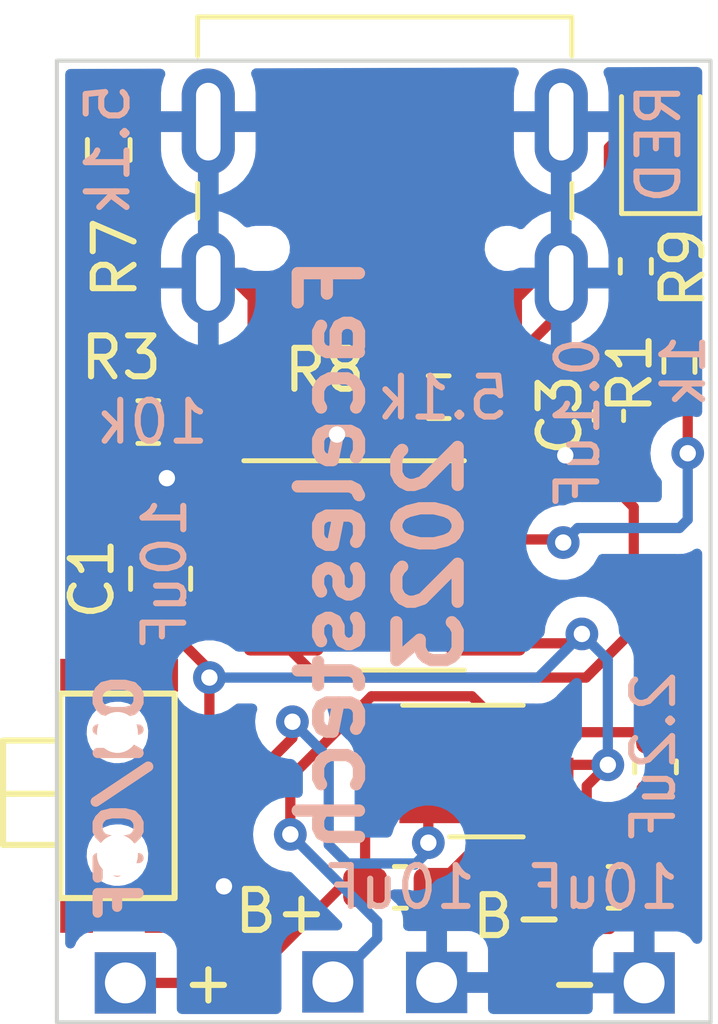
<source format=kicad_pcb>
(kicad_pcb (version 20221018) (generator pcbnew)
  (layers (0 "F.Cu" signal) (31 "B.Cu" signal) (34 "B.Paste" user) (35 "F.Paste" user) (36 "B.SilkS" user "B.Silkscreen") (37 "F.SilkS" user "F.Silkscreen") (38 "B.Mask" user) (39 "F.Mask" user) (44 "Edge.Cuts" user))
  (net 0 "")
  (net 1 "VIN")
  (net 2 "GND")
  (net 3 "Net-(SW1A-B)")
  (net 4 "Net-(U1-C+)")
  (net 5 "Net-(U1-C-)")
  (net 6 "Net-(U1-V_OUT)")
  (net 7 "Net-(D1-A)")
  (net 8 "Net-(D1-K)")
  (net 9 "Net-(P1-SBU2)")
  (net 10 "Net-(P1-SBU1)")
  (net 11 "Net-(U2-~{CHRG})")
  (net 12 "Net-(U2-PROG)")
  (net 14 "Net-(SW1A-A)")
  (footprint "Capacitor_SMD:C_0603_1608Metric_Pad1.08x0.95mm_HandSolder" (layer "F.Cu") (at 144.653 91.8972 90)
    (fp_text reference "C2" hide)
    (fp_text value "2.2uF" (at 0.254 -0.0508 90) (layer "B.SilkS") (effects (justify mirror)))
    (fp_line (start -0.146267 -0.51) (end 0.146267 -0.51) (stroke (width 0.12)) (layer "F.SilkS"))
    (fp_line (start -0.146267 0.51) (end 0.146267 0.51) (stroke (width 0.12)) (layer "F.SilkS"))
    (pad "1" smd roundrect (at -0.8625 0 90) (size 1.075 0.95) (layers "F.Cu" "F.Paste" "F.Mask") (net 5 "Net-(U1-C-)"))
    (pad "2" smd roundrect (at 0.8625 0 90) (size 1.075 0.95) (layers "F.Cu" "F.Paste" "F.Mask") (net 4 "Net-(U1-C+)"))
  )
  (footprint "LED_SMD:LED_0805_2012Metric_Pad1.15x1.40mm_HandSolder" (layer "F.Cu") (at 144.78 76.5048 90)
    (fp_text reference "D1" hide)
    (fp_text value "RED" (at -0.145 -0.05 90) (layer "B.SilkS") (effects (justify mirror)))
    (fp_line (start -1.86 -0.96) (end -1.86 0.96) (stroke (width 0.12)) (layer "F.SilkS"))
    (fp_line (start -1.86 0.96) (end 1 0.96) (stroke (width 0.12)) (layer "F.SilkS"))
    (fp_line (start 1 -0.96) (end -1.86 -0.96) (stroke (width 0.12)) (layer "F.SilkS"))
    (pad "1" smd roundrect (at -1.025 0 90) (size 1.15 1.4) (layers "F.Cu" "F.Paste" "F.Mask") (roundrect_rratio 0.2173913043) (net 8 "Net-(D1-K)"))
    (pad "2" smd roundrect (at 1.025 0 90) (size 1.15 1.4) (layers "F.Cu" "F.Paste" "F.Mask") (roundrect_rratio 0.2173913043) (net 7 "Net-(D1-A)"))
  )
  (footprint "Resistor_SMD:R_0603_1608Metric_Pad0.98x0.95mm_HandSolder" (layer "F.Cu") (at 131.2672 76.8077 90)
    (fp_text reference "R7" (at -2.6435 0.1524 90) (layer "F.SilkS"))
    (fp_text value "5.1k" (at 0.01 -0.02 90) (layer "B.SilkS") (effects (justify mirror)))
    (fp_line (start -0.254724 -0.5225) (end 0.254724 -0.5225) (stroke (width 0.12)) (layer "F.SilkS"))
    (fp_line (start -0.254724 0.5225) (end 0.254724 0.5225) (stroke (width 0.12)) (layer "F.SilkS"))
    (pad "1" smd roundrect (at -0.9125 0 90) (size 0.975 0.95) (layers "F.Cu" "F.Paste" "F.Mask") (net 10 "Net-(P1-SBU1)"))
    (pad "2" smd roundrect (at 0.9125 0 90) (size 0.975 0.95) (layers "F.Cu" "F.Paste" "F.Mask") (net 2 "GND"))
  )
  (footprint "Capacitor_SMD:C_0402_1005Metric_Pad0.74x0.62mm_HandSolder" (layer "F.Cu") (at 143.51 83.312 -90)
    (fp_text reference "C3" (at -0.02 1.2 90) (layer "F.SilkS"))
    (fp_text value "0.1uF" (at 0.1524 0.762 90) (layer "B.SilkS") (effects (justify mirror)))
    (fp_line (start -0.115835 -0.36) (end 0.115835 -0.36) (stroke (width 0.12)) (layer "F.SilkS"))
    (fp_line (start -0.115835 0.36) (end 0.115835 0.36) (stroke (width 0.12)) (layer "F.SilkS"))
    (pad "1" smd roundrect (at -0.5675 0 270) (size 0.735 0.62) (layers "F.Cu" "F.Paste" "F.Mask") (net 1 "VIN"))
    (pad "2" smd roundrect (at 0.5675 0 270) (size 0.735 0.62) (layers "F.Cu" "F.Paste" "F.Mask") (net 2 "GND"))
  )
  (footprint "Capacitor_SMD:C_0805_2012Metric_Pad1.18x1.45mm_HandSolder" (layer "F.Cu") (at 132.5372 87.2959 90)
    (fp_text reference "C1" (at 0 -1.68 90) (layer "F.SilkS"))
    (fp_text value "10uF" (at 0.14 0.1 90) (layer "B.SilkS") (effects (justify mirror)))
    (fp_line (start -0.261252 -0.735) (end 0.261252 -0.735) (stroke (width 0.12)) (layer "F.SilkS"))
    (fp_line (start -0.261252 0.735) (end 0.261252 0.735) (stroke (width 0.12)) (layer "F.SilkS"))
    (pad "1" smd roundrect (at -1.0375 0 90) (size 1.175 1.45) (layers "F.Cu" "F.Paste" "F.Mask") (roundrect_rratio 0.2127659574) (net 14 "Net-(SW1A-A)"))
    (pad "2" smd roundrect (at 1.0375 0 90) (size 1.175 1.45) (layers "F.Cu" "F.Paste" "F.Mask") (roundrect_rratio 0.2127659574) (net 2 "GND"))
  )
  (footprint "custom_connectors:1mm_test_point_square" (layer "F.Cu") (at 131.6736 97.19056)
    (fp_text reference "+" (at 2.032 -0.03556) (layer "F.SilkS"))
    (fp_text value "TestPoint" hide)
    (pad "1" thru_hole rect (at 0 -0.01016) (size 1.5 1.5) (drill 1) (layers "*.Cu" "*.Mask") (net 6 "Net-(U1-V_OUT)"))
  )
  (footprint "Capacitor_SMD:C_0603_1608Metric_Pad1.08x0.95mm_HandSolder" (layer "F.Cu") (at 138.4057 94.8436)
    (fp_text reference "C4" hide)
    (fp_text value "10uF" (at 0 0) (layer "B.SilkS") (effects (justify mirror)))
    (fp_line (start -0.146267 -0.51) (end 0.146267 -0.51) (stroke (width 0.12)) (layer "F.SilkS"))
    (fp_line (start -0.146267 0.51) (end 0.146267 0.51) (stroke (width 0.12)) (layer "F.SilkS"))
    (pad "1" smd roundrect (at -0.8625 0) (size 1.075 0.95) (layers "F.Cu" "F.Paste" "F.Mask") (net 6 "Net-(U1-V_OUT)"))
    (pad "2" smd roundrect (at 0.8625 0) (size 1.075 0.95) (layers "F.Cu" "F.Paste" "F.Mask") (net 2 "GND"))
  )
  (footprint "usb_custom:USB_C_Receptacle_JAE_DX07S016JA1R1500" (layer "F.Cu") (at 138.0236 77.2668 180)
    (fp_text reference "P1" hide)
    (fp_text value "USB_C_Plug" hide)
    (fp_line (start -4.58 -1.215) (end -4.58 -0.36) (stroke (width 0.12)) (layer "F.SilkS"))
    (fp_line (start -4.58 2.76) (end -4.58 3.71) (stroke (width 0.12)) (layer "F.SilkS"))
    (fp_line (start -4.58 3.71) (end 4.58 3.71) (stroke (width 0.12)) (layer "F.SilkS"))
    (fp_line (start 4.58 -1.215) (end 4.58 -0.36) (stroke (width 0.12)) (layer "F.SilkS"))
    (fp_line (start 4.58 2.76) (end 4.58 3.71) (stroke (width 0.12)) (layer "F.SilkS"))
    (pad "" np_thru_hole circle (at -3 -1.95 180) (size 0.6 0.6) (drill 0.6) (layers "F&B.Cu" "*.Mask"))
    (pad "" np_thru_hole oval (at 3 -1.95 180) (size 0.85 0.6) (drill oval 0.85 0.6) (layers "F&B.Cu" "*.Mask"))
    (pad "A1" smd rect (at -3.1 -3.302 180) (size 0.52 1.5) (layers "F.Cu" "F.Paste" "F.Mask") (net 2 "GND"))
    (pad "A4" smd rect (at -2.35 -3.302 180) (size 0.52 1.5) (layers "F.Cu" "F.Paste" "F.Mask") (net 1 "VIN"))
    (pad "A8" smd rect (at 1.75 -3.302 180) (size 0.27 1.5) (layers "F.Cu" "F.Paste" "F.Mask") (net 10 "Net-(P1-SBU1)"))
    (pad "A9" smd rect (at 2.35 -3.302 180) (size 0.52 1.5) (layers "F.Cu" "F.Paste" "F.Mask") (net 1 "VIN"))
    (pad "A12" smd rect (at 3.1 -3.302 180) (size 0.52 1.5) (layers "F.Cu" "F.Paste" "F.Mask") (net 2 "GND"))
    (pad "B8" smd rect (at -1.25 -3.302 180) (size 0.27 1.5) (layers "F.Cu" "F.Paste" "F.Mask") (net 9 "Net-(P1-SBU2)"))
    (pad "S1" thru_hole oval (at -4.32 -2.675 180) (size 1.3 2.3) (drill oval 0.6 1.6) (layers "*.Cu" "*.Mask") (net 2 "GND"))
    (pad "S1" thru_hole oval (at -4.32 1.15 180) (size 1.3 2.6) (drill oval 0.6 1.9) (layers "*.Cu" "*.Mask") (net 2 "GND"))
    (pad "S1" thru_hole oval (at 4.32 -2.675 180) (size 1.3 2.3) (drill oval 0.6 1.6) (layers "*.Cu" "*.Mask") (net 2 "GND"))
    (pad "S1" thru_hole oval (at 4.32 1.15 180) (size 1.3 2.6) (drill oval 0.6 1.9) (layers "*.Cu" "*.Mask") (net 2 "GND"))
  )
  (footprint "Package_SO:SOIC-8-1EP_3.9x4.9mm_P1.27mm_EP2.29x3mm" (layer "F.Cu") (at 138.0236 86.9696)
    (fp_text reference "U2" hide)
    (fp_text value "TP4056" hide)
    (fp_line (start 0 -2.56) (end -3.45 -2.56) (stroke (width 0.12)) (layer "F.SilkS"))
    (fp_line (start 0 -2.56) (end 1.95 -2.56) (stroke (width 0.12)) (layer "F.SilkS"))
    (fp_line (start 0 2.56) (end -1.95 2.56) (stroke (width 0.12)) (layer "F.SilkS"))
    (fp_line (start 0 2.56) (end 1.95 2.56) (stroke (width 0.12)) (layer "F.SilkS"))
    (pad "1" smd roundrect (at -2.475 -1.905) (size 1.95 0.6) (layers "F.Cu" "F.Paste" "F.Mask") (net 2 "GND"))
    (pad "2" smd roundrect (at -2.475 -0.635) (size 1.95 0.6) (layers "F.Cu" "F.Paste" "F.Mask") (net 12 "Net-(U2-PROG)"))
    (pad "3" smd roundrect (at -2.475 0.635) (size 1.95 0.6) (layers "F.Cu" "F.Paste" "F.Mask") (net 2 "GND"))
    (pad "4" smd roundrect (at -2.475 1.905) (size 1.95 0.6) (layers "F.Cu" "F.Paste" "F.Mask") (net 1 "VIN"))
    (pad "5" smd roundrect (at 2.475 1.905) (size 1.95 0.6) (layers "F.Cu" "F.Paste" "F.Mask") (net 14 "Net-(SW1A-A)"))
    (pad "6" smd roundrect (at 2.475 0.635) (size 1.95 0.6) (layers "F.Cu" "F.Paste" "F.Mask"))
    (pad "7" smd roundrect (at 2.475 -0.635) (size 1.95 0.6) (layers "F.Cu" "F.Paste" "F.Mask") (net 11 "Net-(U2-~{CHRG})"))
    (pad "8" smd roundrect (at 2.475 -1.905) (size 1.95 0.6) (layers "F.Cu" "F.Paste" "F.Mask") (net 1 "VIN"))
    (pad "9" smd rect (at 0 0) (size 2.29 3) (layers "F.Cu" "F.Mask") (net 2 "GND"))
  )
  (footprint "buttons_custom:even_tinier_smd_slide_switch_custom" (layer "F.Cu") (at 132.8798 92.5548 -90)
    (fp_text reference "SW1" hide)
    (fp_text value "SW_DPDT_x2" hide)
    (fp_line (start -2.45 0) (end -2.45 2.8) (stroke (width 0.15)) (layer "F.SilkS"))
    (fp_line (start -2.45 2.8) (end 2.55 2.8) (stroke (width 0.15)) (layer "F.SilkS"))
    (fp_line (start -2.4 0) (end 2.5 0) (stroke (width 0.15)) (layer "F.SilkS"))
    (fp_line (start -1.30345 4.15) (end -1.30345 2.83005) (stroke (width 0.15)) (layer "F.SilkS"))
    (fp_line (start -0.05405 4.2) (end 1.25405 4.2) (stroke (width 0.15)) (layer "F.SilkS"))
    (fp_line (start 0 4.2) (end 0 2.88005) (stroke (width 0.15)) (layer "F.SilkS"))
    (fp_line (start 0.00465 4.2) (end -1.30345 4.2) (stroke (width 0.15)) (layer "F.SilkS"))
    (fp_line (start 1.25 4.2) (end 1.25 2.88005) (stroke (width 0.15)) (layer "F.SilkS"))
    (fp_line (start 2.55 0) (end 2.55 2.8) (stroke (width 0.15)) (layer "F.SilkS"))
    (pad "" np_thru_hole circle (at -1.5 1.4 270) (size 1 1) (drill 1) (layers "F&B.Cu" "*.Mask"))
    (pad "" np_thru_hole circle (at 1.5 1.4 270) (size 1 1) (drill 1) (layers "F&B.Cu" "*.Mask"))
    (pad "1" smd rect (at -1 -0.85 270) (size 0.6 1.5) (layers "F.Cu" "F.Paste" "F.Mask") (net 14 "Net-(SW1A-A)"))
    (pad "2" smd rect (at 0 -0.85 270) (size 0.6 1.5) (layers "F.Cu" "F.Paste" "F.Mask") (net 3 "Net-(SW1A-B)"))
    (pad "3" smd rect (at 1 -0.85 270) (size 0.6 1.5) (layers "F.Cu" "F.Paste" "F.Mask") (net 2 "GND"))
    (pad "4" smd rect (at -2.9 0.3175) (size 0.8 0.8) (layers "F.Cu" "F.Paste" "F.Mask"))
    (pad "4" smd rect (at -2.9 2.4) (size 0.8 0.8) (layers "F.Cu" "F.Paste" "F.Mask"))
    (pad "4" smd rect (at 3 0.3302) (size 0.8 0.8) (layers "F.Cu" "F.Paste" "F.Mask"))
    (pad "4" smd rect (at 3 2.4) (size 0.8 0.8) (layers "F.Cu" "F.Paste" "F.Mask"))
  )
  (footprint "chips_customs:SOT-23-6_10a45" (layer "F.Cu") (at 140.5128 91.9988)
    (fp_text reference "U1" hide)
    (fp_text value "10a45" hide)
    (fp_line (start -0.9 1.61) (end 0.9 1.61) (stroke (width 0.12)) (layer "F.SilkS"))
    (fp_line (start 0.9 -1.61) (end -2.05 -1.61) (stroke (width 0.12)) (layer "F.SilkS"))
    (pad "1" smd rect (at -1.35 -0.95) (size 1.56 0.65) (layers "F.Cu" "F.Paste" "F.Mask") (net 6 "Net-(U1-V_OUT)"))
    (pad "2" smd rect (at -1.35 0) (size 1.56 0.65) (layers "F.Cu" "F.Paste" "F.Mask") (net 2 "GND"))
    (pad "3" smd rect (at -1.35 0.95) (size 1.56 0.65) (layers "F.Cu" "F.Paste" "F.Mask") (net 3 "Net-(SW1A-B)"))
    (pad "4" smd rect (at 1.35 0.95) (size 1.56 0.65) (layers "F.Cu" "F.Paste" "F.Mask") (net 5 "Net-(U1-C-)"))
    (pad "5" smd rect (at 1.35 0) (size 1.56 0.65) (layers "F.Cu" "F.Paste" "F.Mask") (net 14 "Net-(SW1A-A)"))
    (pad "6" smd rect (at 1.35 -0.95) (size 1.56 0.65) (layers "F.Cu" "F.Paste" "F.Mask") (net 4 "Net-(U1-C+)"))
  )
  (footprint "custom_connectors:1mm_test_point_square" (layer "F.Cu") (at 136.7536 97.16516)
    (fp_text reference "B+" (at -1.27 -1.73736) (layer "F.SilkS"))
    (fp_text value "TestPoint" hide)
    (pad "1" thru_hole rect (at 0 -0.01016) (size 1.5 1.5) (drill 1) (layers "*.Cu" "*.Mask") (net 3 "Net-(SW1A-B)"))
  )
  (footprint "Resistor_SMD:R_0402_1005Metric_Pad0.72x0.64mm_HandSolder" (layer "F.Cu") (at 144.1704 79.6544 90)
    (fp_text reference "R9" (at -0.04 1.15 90) (layer "F.SilkS"))
    (fp_text value "R")
    (fp_line (start -0.167621 -0.38) (end 0.167621 -0.38) (stroke (width 0.12)) (layer "F.SilkS"))
    (fp_line (start -0.167621 0.38) (end 0.167621 0.38) (stroke (width 0.12)) (layer "F.SilkS"))
    (pad "1" smd roundrect (at -0.5975 0 90) (size 0.715 0.64) (layers "F.Cu" "F.Paste" "F.Mask") (net 1 "VIN"))
    (pad "2" smd roundrect (at 0.5975 0 90) (size 0.715 0.64) (layers "F.Cu" "F.Paste" "F.Mask") (net 7 "Net-(D1-A)"))
  )
  (footprint "custom_connectors:1mm_test_point_square" (layer "F.Cu") (at 144.3736 97.19056)
    (fp_text reference "-" (at -1.7018 -0.03556) (layer "F.SilkS"))
    (fp_text value "TestPoint" hide)
    (pad "1" thru_hole rect (at 0 -0.01016) (size 1.5 1.5) (drill 1) (layers "*.Cu" "*.Mask") (net 2 "GND"))
  )
  (footprint "Resistor_SMD:R_0402_1005Metric_Pad0.72x0.64mm_HandSolder" (layer "F.Cu") (at 145.2372 82.0807 -90)
    (fp_text reference "R1" (at 0.19 1.21 90) (layer "F.SilkS"))
    (fp_text value "1k" (at 0.13 -0.1016 90) (layer "B.SilkS") (effects (justify mirror)))
    (fp_line (start -0.167621 -0.38) (end 0.167621 -0.38) (stroke (width 0.12)) (layer "F.SilkS"))
    (fp_line (start -0.167621 0.38) (end 0.167621 0.38) (stroke (width 0.12)) (layer "F.SilkS"))
    (pad "1" smd roundrect (at -0.5975 0 270) (size 0.715 0.64) (layers "F.Cu" "F.Paste" "F.Mask") (net 8 "Net-(D1-K)"))
    (pad "2" smd roundrect (at 0.5975 0 270) (size 0.715 0.64) (layers "F.Cu" "F.Paste" "F.Mask") (net 11 "Net-(U2-~{CHRG})"))
  )
  (footprint "Capacitor_SMD:C_0603_1608Metric_Pad1.08x0.95mm_HandSolder" (layer "F.Cu") (at 143.6381 94.8436)
    (fp_text reference "C5" hide)
    (fp_text value "10uF" (at -0.2529 0) (layer "B.SilkS") (effects (justify mirror)))
    (fp_line (start -0.146267 -0.51) (end 0.146267 -0.51) (stroke (width 0.12)) (layer "F.SilkS"))
    (fp_line (start -0.146267 0.51) (end 0.146267 0.51) (stroke (width 0.12)) (layer "F.SilkS"))
    (pad "1" smd roundrect (at -0.8625 0) (size 1.075 0.95) (layers "F.Cu" "F.Paste" "F.Mask") (net 14 "Net-(SW1A-A)"))
    (pad "2" smd roundrect (at 0.8625 0) (size 1.075 0.95) (layers "F.Cu" "F.Paste" "F.Mask") (net 2 "GND"))
  )
  (footprint "Resistor_SMD:R_0603_1608Metric_Pad0.98x0.95mm_HandSolder" (layer "F.Cu") (at 139.3444 82.8548)
    (fp_text reference "R8" (at -2.794 -0.6604) (layer "F.SilkS"))
    (fp_text value "5.1k" (at 0.1 0.02) (layer "B.SilkS") (effects (justify mirror)))
    (fp_line (start -0.254724 -0.5225) (end 0.254724 -0.5225) (stroke (width 0.12)) (layer "F.SilkS"))
    (fp_line (start -0.254724 0.5225) (end 0.254724 0.5225) (stroke (width 0.12)) (layer "F.SilkS"))
    (pad "1" smd roundrect (at -0.9125 0) (size 0.975 0.95) (layers "F.Cu" "F.Paste" "F.Mask") (net 9 "Net-(P1-SBU2)"))
    (pad "2" smd roundrect (at 0.9125 0) (size 0.975 0.95) (layers "F.Cu" "F.Paste" "F.Mask") (net 2 "GND"))
  )
  (footprint "Resistor_SMD:R_0603_1608Metric_Pad0.98x0.95mm_HandSolder" (layer "F.Cu") (at 132.2343 83.4644 180)
    (fp_text reference "R3" (at 0.6623 1.5748) (layer "F.SilkS"))
    (fp_text value "10k" (at -0.0997 0) (layer "B.SilkS") (effects (justify mirror)))
    (fp_line (start -0.254724 -0.5225) (end 0.254724 -0.5225) (stroke (width 0.12)) (layer "F.SilkS"))
    (fp_line (start -0.254724 0.5225) (end 0.254724 0.5225) (stroke (width 0.12)) (layer "F.SilkS"))
    (pad "1" smd roundrect (at -0.9125 0 180) (size 0.975 0.95) (layers "F.Cu" "F.Paste" "F.Mask") (net 12 "Net-(U2-PROG)"))
    (pad "2" smd roundrect (at 0.9125 0 180) (size 0.975 0.95) (layers "F.Cu" "F.Paste" "F.Mask") (net 2 "GND"))
  )
  (footprint "custom_connectors:1mm_test_point_square" (layer "F.Cu") (at 139.2936 97.1804)
    (fp_text reference "B-" (at 2.0066 -1.6256) (layer "F.SilkS"))
    (fp_text value "TestPoint" hide)
    (pad "1" thru_hole rect (at 0 -0.01016) (size 1.5 1.5) (drill 1) (layers "*.Cu" "*.Mask") (net 2 "GND"))
  )
  (gr_rect (start 129.9972 74.6252) (end 145.9992 98.1456) (stroke (width 0.1)) (fill none) (layer "Edge.Cuts"))
  (gr_text "Facelesstech\n2023" (at 137.922 86.7156 90) (layer "B.SilkS") (effects (font (size 1.5 1.5) (thickness 0.3)) (justify mirror)))
  (gr_text "ON/OFF" (at 132.1308 89.535 90) (layer "B.SilkS") (effects (font (size 1 1) (thickness 0.25) bold) (justify left bottom mirror)))
  (segment (start 137.0076 82.0928) (end 137.0076 82.713495) (width 0.25) (layer "F.Cu") (net 1))
  (segment (start 137.961705 83.6676) (end 140.97 83.6676) (width 0.25) (layer "F.Cu") (net 1))
  (segment (start 144.1704 80.2519) (end 144.1704 82.0841) (width 0.25) (layer "F.Cu") (net 1))
  (segment (start 135.636 81.6864) (end 136.1948 82.2452) (width 0.25) (layer "F.Cu") (net 1))
  (segment (start 136.3868 89.7128) (end 135.5486 88.8746) (width 0.25) (layer "F.Cu") (net 1))
  (segment (start 135.6736 81.6488) (end 135.636 81.6864) (width 0.25) (layer "F.Cu") (net 1))
  (segment (start 137.0076 82.713495) (end 137.961705 83.6676) (width 0.25) (layer "F.Cu") (net 1))
  (segment (start 142.9512 89.7128) (end 136.3868 89.7128) (width 0.25) (layer "F.Cu") (net 1))
  (segment (start 144.1704 80.4672) (end 144.1704 80.2519) (width 0.25) (layer "F.Cu") (net 1))
  (segment (start 140.3736 79.566) (end 140.3736 80.5688) (width 0.25) (layer "F.Cu") (net 1))
  (segment (start 139.446 78.6384) (end 140.3736 79.566) (width 0.25) (layer "F.Cu") (net 1))
  (segment (start 144.1196 88.5444) (end 142.9512 89.7128) (width 0.25) (layer "F.Cu") (net 1))
  (segment (start 136.1948 82.2452) (end 136.8552 82.2452) (width 0.25) (layer "F.Cu") (net 1))
  (segment (start 143.637 85.0646) (end 144.1196 85.5472) (width 0.25) (layer "F.Cu") (net 1))
  (segment (start 136.8552 82.2452) (end 137.0076 82.0928) (width 0.25) (layer "F.Cu") (net 1))
  (segment (start 140.4986 85.0646) (end 143.637 85.0646) (width 0.25) (layer "F.Cu") (net 1))
  (segment (start 144.1196 85.5472) (end 144.1196 88.5444) (width 0.25) (layer "F.Cu") (net 1))
  (segment (start 137.3632 79.6544) (end 138.3792 78.6384) (width 0.25) (layer "F.Cu") (net 1))
  (segment (start 137.3632 81.7372) (end 137.3632 79.6544) (width 0.25) (layer "F.Cu") (net 1))
  (segment (start 135.6736 80.5688) (end 135.6736 81.6488) (width 0.25) (layer "F.Cu") (net 1))
  (segment (start 138.3792 78.6384) (end 139.446 78.6384) (width 0.25) (layer "F.Cu") (net 1))
  (segment (start 144.1704 82.0841) (end 143.51 82.7445) (width 0.25) (layer "F.Cu") (net 1))
  (segment (start 143.51 82.7445) (end 142.8187 82.7445) (width 0.25) (layer "F.Cu") (net 1))
  (segment (start 142.8187 82.7445) (end 140.4986 85.0646) (width 0.25) (layer "F.Cu") (net 1))
  (segment (start 137.0076 82.0928) (end 137.3632 81.7372) (width 0.25) (layer "F.Cu") (net 1))
  (segment (start 140.97 83.6676) (end 144.1704 80.4672) (width 0.25) (layer "F.Cu") (net 1))
  (segment (start 132.5372 86.2584) (end 132.5372 84.9884) (width 0.25) (layer "F.Cu") (net 2))
  (segment (start 142.3436 79.9418) (end 142.3436 80.7681) (width 0.25) (layer "F.Cu") (net 2))
  (segment (start 144.5006 94.8436) (end 144.5006 97.04324) (width 0.25) (layer "F.Cu") (net 2))
  (segment (start 141.7506 79.9418) (end 141.1236 80.5688) (width 0.25) (layer "F.Cu") (net 2))
  (segment (start 138.0236 86.9696) (end 138.0236 84.9376) (width 0.25) (layer "F.Cu") (net 2))
  (segment (start 144.5006 97.04324) (end 144.3736 97.17024) (width 0.25) (layer "F.Cu") (net 2))
  (segment (start 138.0236 84.9376) (end 136.8552 83.7692) (width 0.25) (layer "F.Cu") (net 2))
  (segment (start 142.8409 83.8795) (end 142.4432 84.2772) (width 0.25) (layer "F.Cu") (net 2))
  (segment (start 142.3436 80.7681) (end 140.2569 82.8548) (width 0.25) (layer "F.Cu") (net 2))
  (segment (start 132.5372 84.9884) (end 132.6896 84.836) (width 0.25) (layer "F.Cu") (net 2))
  (segment (start 135.5486 85.0646) (end 135.5598 85.0646) (width 0.25) (layer "F.Cu") (net 2))
  (segment (start 143.51 83.8795) (end 142.8409 83.8795) (width 0.25) (layer "F.Cu") (net 2))
  (segment (start 135.5598 85.0646) (end 136.8552 83.7692) (width 0.25) (layer "F.Cu") (net 2))
  (segment (start 140.1928 91.9988) (end 140.2678 92.0738) (width 0.25) (layer "F.Cu") (net 2))
  (segment (start 134.2966 79.9418) (end 134.9236 80.5688) (width 0.25) (layer "F.Cu") (net 2))
  (segment (start 140.2678 92.0738) (end 140.2678 93.844) (width 0.25) (layer "F.Cu") (net 2))
  (segment (start 142.3436 76.1168) (end 142.3436 79.9418) (width 0.25) (layer "F.Cu") (net 2))
  (segment (start 139.2936 94.869) (end 139.2682 94.8436) (width 0.25) (layer "F.Cu") (net 2))
  (segment (start 136.1836 86.9696) (end 138.0236 86.9696) (width 0.25) (layer "F.Cu") (net 2))
  (segment (start 133.7298 93.5548) (end 133.7298 94.4614) (width 0.25) (layer "F.Cu") (net 2))
  (segment (start 131.4888 76.1168) (end 133.7036 76.1168) (width 0.25) (layer "F.Cu") (net 2))
  (segment (start 142.3436 79.9418) (end 141.7506 79.9418) (width 0.25) (layer "F.Cu") (net 2))
  (segment (start 135.5486 87.6046) (end 136.1836 86.9696) (width 0.25) (layer "F.Cu") (net 2))
  (segment (start 133.7298 94.4614) (end 134.0866 94.8182) (width 0.25) (layer "F.Cu") (net 2))
  (segment (start 132.6896 84.836) (end 132.6896 84.8322) (width 0.25) (layer "F.Cu") (net 2))
  (segment (start 140.2678 93.844) (end 139.2682 94.8436) (width 0.25) (layer "F.Cu") (net 2))
  (segment (start 133.7036 79.9418) (end 134.2966 79.9418) (width 0.25) (layer "F.Cu") (net 2))
  (segment (start 132.6896 84.8322) (end 131.3218 83.4644) (width 0.25) (layer "F.Cu") (net 2))
  (segment (start 133.7036 76.1168) (end 142.3436 76.1168) (width 0.25) (layer "F.Cu") (net 2))
  (segment (start 139.1628 91.9988) (end 140.1928 91.9988) (width 0.25) (layer "F.Cu") (net 2))
  (segment (start 131.2672 75.8952) (end 131.4888 76.1168) (width 0.25) (layer "F.Cu") (net 2))
  (segment (start 139.2936 97.17024) (end 139.2936 94.869) (width 0.25) (layer "F.Cu") (net 2))
  (via (at 134.0866 94.8182) (size 0.8) (drill 0.4) (layers "F.Cu" "B.Cu") (net 2))
  (via (at 136.8552 83.7692) (size 0.8) (drill 0.4) (layers "F.Cu" "B.Cu") (net 2))
  (via (at 132.6896 84.836) (size 0.8) (drill 0.4) (layers "F.Cu" "B.Cu") (net 2))
  (via (at 142.4432 84.2772) (size 0.8) (drill 0.4) (layers "F.Cu" "B.Cu") (net 2))
  (segment (start 140.716 90.7288) (end 140.716 91.882) (width 0.25) (layer "F.Cu") (net 3))
  (segment (start 140.716 91.882) (end 140.8328 91.9988) (width 0.25) (layer "F.Cu") (net 3))
  (segment (start 139.0904 93.7514) (end 139.0904 93.0212) (width 0.25) (layer "F.Cu") (net 3))
  (segment (start 140.8328 91.9988) (end 141.8628 91.9988) (width 0.25) (layer "F.Cu") (net 3))
  (segment (start 139.0904 93.0212) (end 139.1628 92.9488) (width 0.25) (layer "F.Cu") (net 3))
  (segment (start 134.3974 92.5548) (end 135.763 91.1892) (width 0.25) (layer "F.Cu") (net 3))
  (segment (start 135.7122 92.156) (end 137.6982 90.17) (width 0.25) (layer "F.Cu") (net 3))
  (segment (start 133.7298 92.5548) (end 134.3974 92.5548) (width 0.25) (layer "F.Cu") (net 3))
  (segment (start 135.7122 93.5482) (end 135.7122 92.156) (width 0.25) (layer "F.Cu") (net 3))
  (segment (start 135.763 91.1892) (end 135.763 90.7929) (width 0.25) (layer "F.Cu") (net 3))
  (segment (start 137.6982 90.17) (end 140.1572 90.17) (width 0.25) (layer "F.Cu") (net 3))
  (segment (start 140.1572 90.17) (end 140.716 90.7288) (width 0.25) (layer "F.Cu") (net 3))
  (via (at 139.0904 93.7514) (size 0.8) (drill 0.4) (layers "F.Cu" "B.Cu") (net 3))
  (via (at 135.7122 93.5482) (size 0.8) (drill 0.4) (layers "F.Cu" "B.Cu") (net 3))
  (via (at 135.763 90.7929) (size 0.8) (drill 0.4) (layers "F.Cu" "B.Cu") (net 3))
  (segment (start 136.652 91.6819) (end 136.652 93.4974) (width 0.25) (layer "B.Cu") (net 3))
  (segment (start 139.0904 93.9546) (end 139.0904 93.7514) (width 0.25) (layer "B.Cu") (net 3))
  (segment (start 137.83876 96.09524) (end 137.83876 95.67476) (width 0.25) (layer "B.Cu") (net 3))
  (segment (start 136.652 93.4974) (end 136.652 93.8022) (width 0.25) (layer "B.Cu") (net 3))
  (segment (start 137.1092 94.2594) (end 138.7348 94.2594) (width 0.25) (layer "B.Cu") (net 3))
  (segment (start 135.763 90.7929) (end 136.652 91.6819) (width 0.25) (layer "B.Cu") (net 3))
  (segment (start 138.7602 94.2848) (end 139.0904 93.9546) (width 0.25) (layer "B.Cu") (net 3))
  (segment (start 136.7536 97.1804) (end 137.83876 96.09524) (width 0.25) (layer "B.Cu") (net 3))
  (segment (start 136.652 93.8022) (end 137.1092 94.2594) (width 0.25) (layer "B.Cu") (net 3))
  (segment (start 137.83876 95.67476) (end 135.7122 93.5482) (width 0.25) (layer "B.Cu") (net 3))
  (segment (start 138.7348 94.2594) (end 138.7602 94.2848) (width 0.25) (layer "B.Cu") (net 3))
  (segment (start 144.6389 91.0488) (end 144.653 91.0347) (width 0.25) (layer "F.Cu") (net 4))
  (segment (start 141.8628 91.0488) (end 144.6389 91.0488) (width 0.25) (layer "F.Cu") (net 4))
  (segment (start 141.8628 95.263795) (end 142.458605 95.8596) (width 0.25) (layer "F.Cu") (net 5))
  (segment (start 143.5354 95.8596) (end 143.6381 95.7569) (width 0.25) (layer "F.Cu") (net 5))
  (segment (start 143.6381 93.7746) (end 144.653 92.7597) (width 0.25) (layer "F.Cu") (net 5))
  (segment (start 142.458605 95.8596) (end 143.5354 95.8596) (width 0.25) (layer "F.Cu") (net 5))
  (segment (start 143.6381 95.7569) (end 143.6381 93.7746) (width 0.25) (layer "F.Cu") (net 5))
  (segment (start 141.8628 92.9488) (end 141.8628 95.263795) (width 0.25) (layer "F.Cu") (net 5))
  (segment (start 136.9404 94.8436) (end 134.6036 97.1804) (width 0.25) (layer "F.Cu") (net 6))
  (segment (start 138.1328 91.0488) (end 137.5432 91.6384) (width 0.25) (layer "F.Cu") (net 6))
  (segment (start 137.5432 91.6384) (end 137.5432 94.8436) (width 0.25) (layer "F.Cu") (net 6))
  (segment (start 139.1628 91.0488) (end 138.1328 91.0488) (width 0.25) (layer "F.Cu") (net 6))
  (segment (start 137.5432 94.8436) (end 136.9404 94.8436) (width 0.25) (layer "F.Cu") (net 6))
  (segment (start 134.6036 97.1804) (end 131.6736 97.1804) (width 0.25) (layer "F.Cu") (net 6))
  (segment (start 143.51 78.6384) (end 143.9285 79.0569) (width 0.25) (layer "F.Cu") (net 7))
  (segment (start 143.51 76.7498) (end 143.51 78.6384) (width 0.25) (layer "F.Cu") (net 7))
  (segment (start 144.78 75.4798) (end 143.51 76.7498) (width 0.25) (layer "F.Cu") (net 7))
  (segment (start 143.9285 79.0569) (end 144.1704 79.0569) (width 0.25) (layer "F.Cu") (net 7))
  (segment (start 145.3896 78.7908) (end 145.3896 81.3308) (width 0.25) (layer "F.Cu") (net 8))
  (segment (start 145.3896 81.3308) (end 145.2372 81.4832) (width 0.25) (layer "F.Cu") (net 8))
  (segment (start 144.78 77.5298) (end 144.78 78.1812) (width 0.25) (layer "F.Cu") (net 8))
  (segment (start 144.78 78.1812) (end 145.3896 78.7908) (width 0.25) (layer "F.Cu") (net 8))
  (segment (start 139.2736 80.5688) (end 139.2736 82.0131) (width 0.25) (layer "F.Cu") (net 9))
  (segment (start 139.2736 82.0131) (end 138.4319 82.8548) (width 0.25) (layer "F.Cu") (net 9))
  (segment (start 136.2736 79.387206) (end 134.915194 78.0288) (width 0.25) (layer "F.Cu") (net 10))
  (segment (start 134.915194 78.0288) (end 131.5758 78.0288) (width 0.25) (layer "F.Cu") (net 10))
  (segment (start 131.5758 78.0288) (end 131.2672 77.7202) (width 0.25) (layer "F.Cu") (net 10))
  (segment (start 136.2736 80.5688) (end 136.2736 79.387206) (width 0.25) (layer "F.Cu") (net 10))
  (segment (start 140.4986 86.3346) (end 142.3162 86.3346) (width 0.25) (layer "F.Cu") (net 11))
  (segment (start 145.4404 84.2264) (end 145.4404 82.8814) (width 0.25) (layer "F.Cu") (net 11))
  (segment (start 145.4404 82.8814) (end 145.2372 82.6782) (width 0.25) (layer "F.Cu") (net 11))
  (segment (start 142.3162 86.3346) (end 142.3924 86.4108) (width 0.25) (layer "F.Cu") (net 11))
  (via (at 145.4404 84.2264) (size 0.8) (drill 0.4) (layers "F.Cu" "B.Cu") (net 11))
  (via (at 142.3924 86.4108) (size 0.8) (drill 0.4) (layers "F.Cu" "B.Cu") (net 11))
  (segment (start 145.4404 85.852) (end 145.4404 84.2264) (width 0.25) (layer "B.Cu") (net 11))
  (segment (start 142.748 86.0552) (end 145.2372 86.0552) (width 0.25) (layer "B.Cu") (net 11))
  (segment (start 142.3924 86.4108) (end 142.748 86.0552) (width 0.25) (layer "B.Cu") (net 11))
  (segment (start 145.2372 86.0552) (end 145.4404 85.852) (width 0.25) (layer "B.Cu") (net 11))
  (segment (start 133.9596 84.2772) (end 133.9596 85.598) (width 0.25) (layer "F.Cu") (net 12))
  (segment (start 133.1468 83.4644) (end 133.9596 84.2772) (width 0.25) (layer "F.Cu") (net 12))
  (segment (start 134.6962 86.3346) (end 135.5486 86.3346) (width 0.25) (layer "F.Cu") (net 12))
  (segment (start 133.9596 85.598) (end 134.6962 86.3346) (width 0.25) (layer "F.Cu") (net 12))
  (segment (start 142.3128 91.8464) (end 142.3128 91.812404) (width 0.25) (layer "F.Cu") (net 14))
  (segment (start 140.4986 88.8746) (end 142.621 88.8746) (width 0.25) (layer "F.Cu") (net 14))
  (segment (start 142.9678 94.6514) (end 142.9678 92.3632) (width 0.25) (layer "F.Cu") (net 14))
  (segment (start 133.731 89.5272) (end 132.5372 88.3334) (width 0.25) (layer "F.Cu") (net 14))
  (segment (start 142.621 88.8746) (end 142.8496 88.646) (width 0.25) (layer "F.Cu") (net 14))
  (segment (start 142.9678 92.3632) (end 143.4846 91.8464) (width 0.25) (layer "F.Cu") (net 14))
  (segment (start 142.7756 94.8436) (end 142.9678 94.6514) (width 0.25) (layer "F.Cu") (net 14))
  (segment (start 133.731 89.7128) (end 133.731 91.5536) (width 0.25) (layer "F.Cu") (net 14))
  (segment (start 143.4846 91.8464) (end 142.3128 91.8464) (width 0.25) (layer "F.Cu") (net 14))
  (segment (start 133.731 91.5536) (end 133.7298 91.5548) (width 0.25) (layer "F.Cu") (net 14))
  (segment (start 133.731 89.7128) (end 133.731 89.5272) (width 0.25) (layer "F.Cu") (net 14))
  (via (at 142.8496 88.646) (size 0.8) (drill 0.4) (layers "F.Cu" "B.Cu") (net 14))
  (via (at 143.4846 91.8464) (size 0.8) (drill 0.4) (layers "F.Cu" "B.Cu") (net 14))
  (via (at 133.731 89.7128) (size 0.8) (drill 0.4) (layers "F.Cu" "B.Cu") (net 14))
  (segment (start 143.4846 89.281) (end 143.4846 91.8464) (width 0.25) (layer "B.Cu") (net 14))
  (segment (start 141.7828 89.7128) (end 133.731 89.7128) (width 0.25) (layer "B.Cu") (net 14))
  (segment (start 142.8496 88.646) (end 143.4846 89.281) (width 0.25) (layer "B.Cu") (net 14))
  (segment (start 142.8496 88.646) (end 141.7828 89.7128) (width 0.25) (layer "B.Cu") (net 14))
  (zone (net 2) (net_name "GND") (layer "B.Cu") (connect_pads (clearance 0.508)) (min_thickness 0.254) (fill yes (thermal_gap 0.508) (thermal_bridge_width 0.508))
    (polygon (pts (xy 145.796 97.9424) (xy 130.2004 97.9424) (xy 130.2004 74.8284) (xy 145.796 74.7776)))
  )
)
</source>
